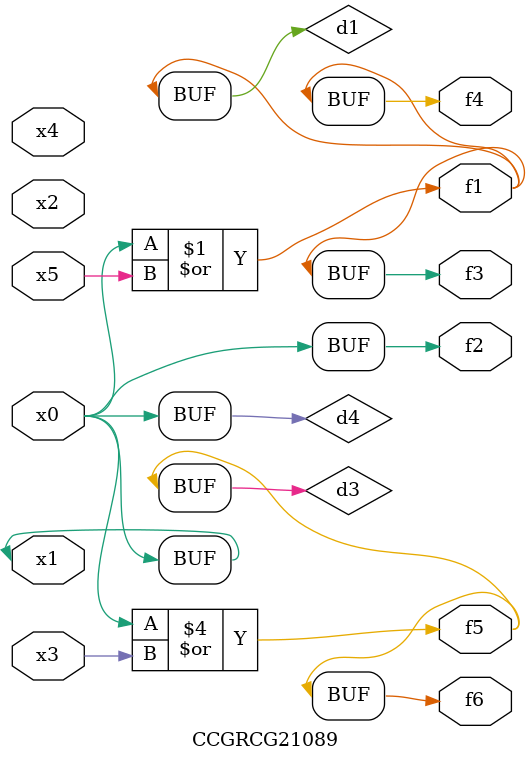
<source format=v>
module CCGRCG21089(
	input x0, x1, x2, x3, x4, x5,
	output f1, f2, f3, f4, f5, f6
);

	wire d1, d2, d3, d4;

	or (d1, x0, x5);
	xnor (d2, x1, x4);
	or (d3, x0, x3);
	buf (d4, x0, x1);
	assign f1 = d1;
	assign f2 = d4;
	assign f3 = d1;
	assign f4 = d1;
	assign f5 = d3;
	assign f6 = d3;
endmodule

</source>
